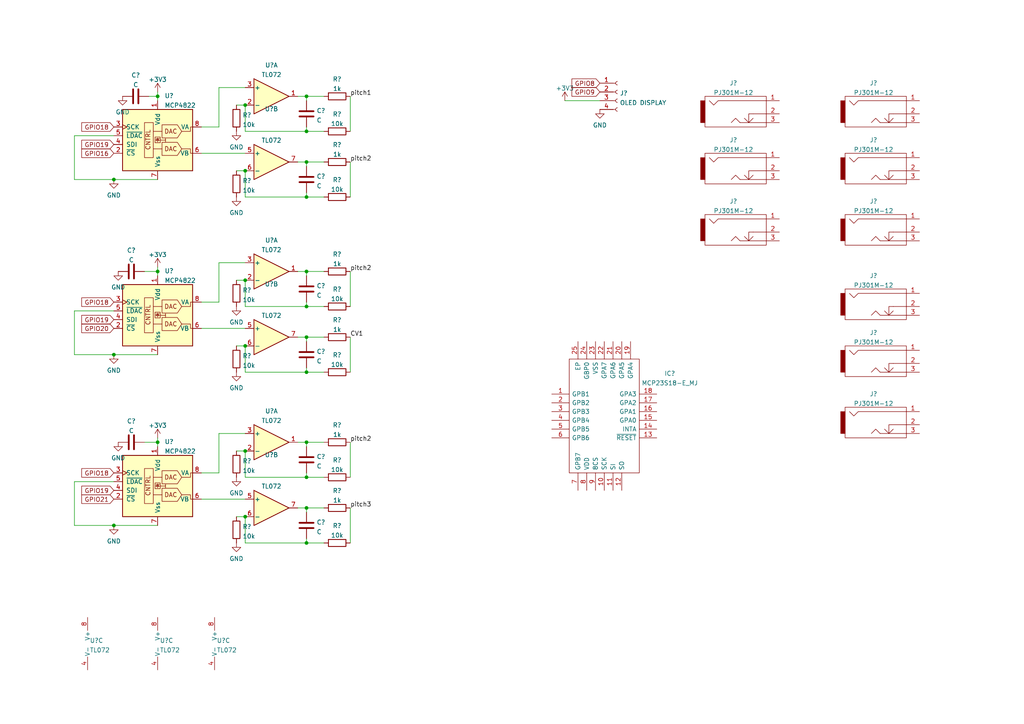
<source format=kicad_sch>
(kicad_sch (version 20211123) (generator eeschema)
  (paper "A4")
  (lib_symbols
    (symbol "Amplifier_Operational:TL072" (pin_names (offset 0.127))
      (property "Reference" "U" (at 0 5.08 0))
      (property "Value" "TL072" (at 0 -5.08 0))
      (symbol "TL072_1_1"
        (polyline (pts (xy -5.08 5.08) (xy 5.08 0) (xy -5.08 -5.08) (xy -5.08 5.08)) (stroke (width 0.254)) (fill (type background)))
        (pin output line (at 7.62 0 180) (length 2.54) (name "~") (number "1"))
        (pin input line (at -7.62 -2.54 0) (length 2.54) (name "-") (number "2"))
        (pin input line (at -7.62 2.54 0) (length 2.54) (name "+") (number "3"))
      )
      (symbol "TL072_2_1"
        (polyline (pts (xy -5.08 5.08) (xy 5.08 0) (xy -5.08 -5.08) (xy -5.08 5.08)) (stroke (width 0.254)) (fill (type background)))
        (pin input line (at -7.62 2.54 0) (length 2.54) (name "+") (number "5"))
        (pin input line (at -7.62 -2.54 0) (length 2.54) (name "-") (number "6"))
        (pin output line (at 7.62 0 180) (length 2.54) (name "~") (number "7"))
      )
      (symbol "TL072_3_1"
        (pin power_in line (at -2.54 -7.62 90) (length 3.81) (name "V-") (number "4"))
        (pin power_in line (at -2.54 7.62 270) (length 3.81) (name "V+") (number "8"))
      )
    )
    (symbol "Analog_DAC:MCP4822" (pin_names (offset 1.016))
      (property "Reference" "U" (at -2.54 10.795 0))
      (property "Value" "MCP4822" (at -2.54 8.89 0))
      (symbol "MCP4822_0_0"
        (polyline (pts (xy 0 -1.778) (xy 0 -0.635)))
        (polyline (pts (xy 0.381 -0.889) (xy 0.508 -0.762)))
        (polyline (pts (xy 2.286 -1.143) (xy 2.286 -1.905)))
        (polyline (pts (xy 0.381 -0.889) (xy -0.381 -0.889) (xy -0.508 -1.016)))
        (polyline (pts (xy 0.762 -1.27) (xy 2.286 -1.27) (xy 2.286 -0.762)))
        (polyline (pts (xy 0 -0.889) (xy 0.508 -1.397) (xy -0.508 -1.397) (xy 0 -0.889)))
        (polyline (pts (xy 6.985 -3.81) (xy 9.525 -3.81) (xy 9.525 -5.08) (xy 10.16 -5.08)))
        (polyline (pts (xy 6.985 1.27) (xy 9.525 1.27) (xy 9.525 2.54) (xy 10.16 2.54)))
        (rectangle (start 0.762 -0.381) (end -0.762 -2.032))
        (text "CNTRL" (at -2.032 -4.191 900) (effects (font (size 1.27 1.27)) (justify left bottom)))
        (text "DAC" (at 3.81 -3.81 0) (effects (font (size 1.27 1.27))))
        (text "DAC" (at 3.81 1.27 0) (effects (font (size 1.27 1.27))))
      )
      (symbol "MCP4822_0_1"
        (rectangle (start -10.16 7.62) (end 10.16 -10.16) (stroke (width 0.254)) (fill (type background)))
        (rectangle (start -1.27 -6.35) (end -3.81 3.81))
        (polyline (pts (xy 1.27 -3.81) (xy -1.27 -3.81)))
        (polyline (pts (xy 1.27 1.27) (xy -1.27 1.27)))
        (polyline (pts (xy 6.985 -3.81) (xy 5.715 -1.905) (xy 1.27 -1.905) (xy 1.27 -5.715) (xy 5.715 -5.715) (xy 6.985 -3.81)))
        (polyline (pts (xy 6.985 1.27) (xy 5.715 3.175) (xy 1.27 3.175) (xy 1.27 -0.635) (xy 5.715 -0.635) (xy 6.985 1.27)))
      )
      (symbol "MCP4822_1_1"
        (pin power_in line (at 0 10.16 270) (length 2.54) (name "Vdd") (number "1"))
        (pin input line (at -12.7 -5.08 0) (length 2.54) (name "~{CS}") (number "2"))
        (pin input clock (at -12.7 2.54 0) (length 2.54) (name "SCK") (number "3"))
        (pin input line (at -12.7 -2.54 0) (length 2.54) (name "SDI") (number "4"))
        (pin input line (at -12.7 0 0) (length 2.54) (name "~{LDAC}") (number "5"))
        (pin output line (at 12.7 -5.08 180) (length 2.54) (name "VB") (number "6"))
        (pin power_in line (at 0 -12.7 90) (length 2.54) (name "Vss") (number "7"))
        (pin output line (at 12.7 2.54 180) (length 2.54) (name "VA") (number "8"))
      )
    )
    (symbol "Connector:Conn_01x04_Female" (pin_names (offset 1.016) hide)
      (property "Reference" "J" (at 0 5.08 0))
      (property "Value" "Conn_01x04_Female" (at 0 -7.62 0))
      (symbol "Conn_01x04_Female_1_1"
        (arc (start 0 -4.572) (mid -0.508 -5.08) (end 0 -5.588) (stroke (width 0.1524)))
        (arc (start 0 -2.032) (mid -0.508 -2.54) (end 0 -3.048) (stroke (width 0.1524)))
        (polyline (pts (xy -1.27 -5.08) (xy -0.508 -5.08)) (stroke (width 0.1524)))
        (polyline (pts (xy -1.27 -2.54) (xy -0.508 -2.54)) (stroke (width 0.1524)))
        (polyline (pts (xy -1.27 0) (xy -0.508 0)) (stroke (width 0.1524)))
        (polyline (pts (xy -1.27 2.54) (xy -0.508 2.54)) (stroke (width 0.1524)))
        (arc (start 0 0.508) (mid -0.508 0) (end 0 -0.508) (stroke (width 0.1524)))
        (arc (start 0 3.048) (mid -0.508 2.54) (end 0 2.032) (stroke (width 0.1524)))
        (pin passive line (at -5.08 2.54 0) (length 3.81) (name "Pin_1") (number "1"))
        (pin passive line (at -5.08 0 0) (length 3.81) (name "Pin_2") (number "2"))
        (pin passive line (at -5.08 -2.54 0) (length 3.81) (name "Pin_3") (number "3"))
        (pin passive line (at -5.08 -5.08 0) (length 3.81) (name "Pin_4") (number "4"))
      )
    )
    (symbol "Device:C" (pin_numbers hide) (pin_names (offset 0.254))
      (property "Reference" "C" (at 0.635 2.54 0))
      (property "Value" "C" (at 0.635 -2.54 0))
      (symbol "C_0_1"
        (polyline (pts (xy -2.032 -0.762) (xy 2.032 -0.762)) (stroke (width 0.508)))
        (polyline (pts (xy -2.032 0.762) (xy 2.032 0.762)) (stroke (width 0.508)))
      )
      (symbol "C_1_1"
        (pin passive line (at 0 3.81 270) (length 2.794) (name "~") (number "1"))
        (pin passive line (at 0 -3.81 90) (length 2.794) (name "~") (number "2"))
      )
    )
    (symbol "Device:R" (pin_numbers hide) (pin_names (offset 0))
      (property "Reference" "R" (at 2.032 0 90))
      (property "Value" "R" (at 0 0 90))
      (symbol "R_0_1"
        (rectangle (start -1.016 -2.54) (end 1.016 2.54) (stroke (width 0.254)))
      )
      (symbol "R_1_1"
        (pin passive line (at 0 3.81 270) (length 1.27) (name "~") (number "1"))
        (pin passive line (at 0 -3.81 90) (length 1.27) (name "~") (number "2"))
      )
    )
    (symbol "eurocad:PJ301M-12" (pin_names (offset 1.016))
      (property "Reference" "J" (at -8.89 -5.08 0))
      (property "Value" "PJ301M-12" (at -3.81 6.35 0))
      (symbol "PJ301M-12_0_1"
        (rectangle (start -11.43 3.81) (end -10.16 -2.54) (fill (type outline)))
        (polyline (pts (xy 3.81 0) (xy 7.62 0) (xy 7.62 0)))
        (polyline (pts (xy 0 -2.54) (xy -1.27 -1.27) (xy -2.54 -2.54) (xy -2.54 -2.54)))
        (polyline (pts (xy 0 -2.54) (xy 7.62 -2.54) (xy 7.62 -2.54) (xy 7.62 -2.54)))
        (polyline (pts (xy 1.27 -1.27) (xy 2.54 -2.54) (xy 3.81 -1.27) (xy 3.81 -1.27)))
        (polyline (pts (xy 3.81 0) (xy 2.54 0) (xy 2.54 -2.54) (xy 2.54 -2.54)))
        (polyline (pts (xy 7.62 3.81) (xy -6.35 3.81) (xy -7.62 2.54) (xy -8.89 3.81) (xy -8.89 3.81)))
        (rectangle (start 7.62 -3.81) (end -10.16 5.08))
      )
      (symbol "PJ301M-12_1_1"
        (pin passive line (at 11.43 3.81 180) (length 3.81) (name "~") (number "1"))
        (pin passive line (at 11.43 0 180) (length 3.81) (name "~") (number "2"))
        (pin passive line (at 11.43 -2.54 180) (length 3.81) (name "~") (number "3"))
      )
    )
    (symbol "power:+3.3V" (power) (pin_names (offset 0))
      (property "Value" "+3.3V" (at 0 3.556 0))
      (symbol "+3.3V_0_1"
        (polyline (pts (xy -0.762 1.27) (xy 0 2.54)))
        (polyline (pts (xy 0 0) (xy 0 2.54)))
        (polyline (pts (xy 0 2.54) (xy 0.762 1.27)))
      )
      (symbol "+3.3V_1_1"
        (pin power_in line (at 0 0 90) (length 0) hide (name "+3V3") (number "1"))
      )
    )
    (symbol "power:GND" (power) (pin_names (offset 0))
      (property "Value" "GND" (at 0 -3.81 0))
      (symbol "GND_0_1"
        (polyline (pts (xy 0 0) (xy 0 -1.27) (xy 1.27 -1.27) (xy 0 -2.54) (xy -1.27 -1.27) (xy 0 -1.27)))
      )
      (symbol "GND_1_1"
        (pin power_in line (at 0 0 270) (length 0) hide (name "GND") (number "1"))
      )
    )
    (symbol "samsys:MCP23S18-E_MJ" (pin_names (offset 0.762))
      (property "Reference" "IC" (at 26.67 15.24 0))
      (property "Value" "MCP23S18-E_MJ" (at 26.67 12.7 0))
      (symbol "MCP23S18-E_MJ_0_0"
        (pin power_in line (at 0 0 0) (length 5.08) (name "GPB1") (number "1"))
        (pin power_in line (at 15.24 -27.94 90) (length 5.08) (name "SCK") (number "10"))
        (pin input line (at 17.78 -27.94 90) (length 5.08) (name "SI") (number "11"))
        (pin bidirectional line (at 20.32 -27.94 90) (length 5.08) (name "SO") (number "12"))
        (pin input line (at 30.48 -12.7 180) (length 5.08) (name "~{RESET}") (number "13"))
        (pin input line (at 30.48 -10.16 180) (length 5.08) (name "INTA") (number "14"))
        (pin output line (at 30.48 -7.62 180) (length 5.08) (name "GPA0") (number "15"))
        (pin output line (at 30.48 -5.08 180) (length 5.08) (name "GPA1") (number "16"))
        (pin bidirectional line (at 30.48 -2.54 180) (length 5.08) (name "GPA2") (number "17"))
        (pin bidirectional line (at 30.48 0 180) (length 5.08) (name "GPA3") (number "18"))
        (pin bidirectional line (at 22.86 15.24 270) (length 5.08) (name "GPA4") (number "19"))
        (pin bidirectional line (at 0 -2.54 0) (length 5.08) (name "GPB2") (number "2"))
        (pin bidirectional line (at 20.32 15.24 270) (length 5.08) (name "GPA5") (number "20"))
        (pin bidirectional line (at 17.78 15.24 270) (length 5.08) (name "GPA6") (number "21"))
        (pin bidirectional line (at 15.24 15.24 270) (length 5.08) (name "GPA7") (number "22"))
        (pin bidirectional line (at 12.7 15.24 270) (length 5.08) (name "VSS") (number "23"))
        (pin bidirectional line (at 10.16 15.24 270) (length 5.08) (name "GBP0") (number "24"))
        (pin passive line (at 7.62 15.24 270) (length 5.08) (name "EP") (number "25"))
        (pin bidirectional line (at 0 -5.08 0) (length 5.08) (name "GPB3") (number "3"))
        (pin bidirectional line (at 0 -7.62 0) (length 5.08) (name "GPB4") (number "4"))
        (pin bidirectional line (at 0 -10.16 0) (length 5.08) (name "GPB5") (number "5"))
        (pin bidirectional line (at 0 -12.7 0) (length 5.08) (name "GPB6") (number "6"))
        (pin bidirectional line (at 7.62 -27.94 90) (length 5.08) (name "GPB7") (number "7"))
        (pin bidirectional line (at 10.16 -27.94 90) (length 5.08) (name "VDD") (number "8"))
        (pin bidirectional line (at 12.7 -27.94 90) (length 5.08) (name "8CS") (number "9"))
      )
      (symbol "MCP23S18-E_MJ_0_1"
        (polyline (pts (xy 5.08 10.16) (xy 25.4 10.16) (xy 25.4 -22.86) (xy 5.08 -22.86) (xy 5.08 10.16)) (stroke (width 0.1524)))
      )
    )
  )
  (junction (at 33.02 52.07))
  (junction (at 71.12 149.86))
  (junction (at 71.12 81.28))
  (junction (at 88.9 57.15))
  (junction (at 45.72 78.74))
  (junction (at 71.12 49.53))
  (junction (at 88.9 38.1))
  (junction (at 88.9 27.94))
  (junction (at 88.9 138.43))
  (junction (at 45.72 128.27))
  (junction (at 33.02 152.4))
  (junction (at 45.72 27.94))
  (junction (at 88.9 78.74))
  (junction (at 33.02 102.87))
  (junction (at 88.9 128.27))
  (junction (at 71.12 30.48))
  (junction (at 71.12 100.33))
  (junction (at 71.12 130.81))
  (junction (at 88.9 107.95))
  (junction (at 88.9 97.79))
  (junction (at 88.9 147.32))
  (junction (at 88.9 157.48))
  (junction (at 88.9 46.99))
  (junction (at 88.9 88.9))
  (wire (pts (xy 21.59 102.87) (xy 33.02 102.87)))
  (wire (pts (xy 63.5 76.2) (xy 71.12 76.2)))
  (wire (pts (xy 45.72 77.47) (xy 45.72 78.74)))
  (wire (pts (xy 88.9 147.32) (xy 88.9 148.59)))
  (wire (pts (xy 101.6 78.74) (xy 101.6 88.9)))
  (wire (pts (xy 88.9 78.74) (xy 93.98 78.74)))
  (wire (pts (xy 86.36 128.27) (xy 88.9 128.27)))
  (wire (pts (xy 86.36 27.94) (xy 88.9 27.94)))
  (wire (pts (xy 101.6 27.94) (xy 101.6 38.1)))
  (wire (pts (xy 88.9 87.63) (xy 88.9 88.9)))
  (wire (pts (xy 33.02 39.37) (xy 21.59 39.37)))
  (wire (pts (xy 63.5 125.73) (xy 71.12 125.73)))
  (wire (pts (xy 93.98 157.48) (xy 88.9 157.48)))
  (wire (pts (xy 58.42 36.83) (xy 63.5 36.83)))
  (wire (pts (xy 88.9 46.99) (xy 93.98 46.99)))
  (wire (pts (xy 86.36 46.99) (xy 88.9 46.99)))
  (wire (pts (xy 71.12 107.95) (xy 71.12 100.33)))
  (wire (pts (xy 88.9 156.21) (xy 88.9 157.48)))
  (wire (pts (xy 45.72 27.94) (xy 45.72 29.21)))
  (wire (pts (xy 33.02 52.07) (xy 45.72 52.07)))
  (wire (pts (xy 21.59 152.4) (xy 33.02 152.4)))
  (wire (pts (xy 21.59 39.37) (xy 21.59 52.07)))
  (wire (pts (xy 58.42 87.63) (xy 63.5 87.63)))
  (wire (pts (xy 45.72 78.74) (xy 45.72 80.01)))
  (wire (pts (xy 45.72 127) (xy 45.72 128.27)))
  (wire (pts (xy 88.9 46.99) (xy 88.9 48.26)))
  (wire (pts (xy 71.12 138.43) (xy 71.12 130.81)))
  (wire (pts (xy 33.02 102.87) (xy 45.72 102.87)))
  (wire (pts (xy 93.98 57.15) (xy 88.9 57.15)))
  (wire (pts (xy 21.59 90.17) (xy 21.59 102.87)))
  (wire (pts (xy 71.12 57.15) (xy 71.12 49.53)))
  (wire (pts (xy 58.42 144.78) (xy 71.12 144.78)))
  (wire (pts (xy 43.18 27.94) (xy 45.72 27.94)))
  (wire (pts (xy 33.02 90.17) (xy 21.59 90.17)))
  (wire (pts (xy 58.42 137.16) (xy 63.5 137.16)))
  (wire (pts (xy 88.9 106.68) (xy 88.9 107.95)))
  (wire (pts (xy 63.5 87.63) (xy 63.5 76.2)))
  (wire (pts (xy 68.58 130.81) (xy 71.12 130.81)))
  (wire (pts (xy 88.9 138.43) (xy 71.12 138.43)))
  (wire (pts (xy 88.9 147.32) (xy 93.98 147.32)))
  (wire (pts (xy 88.9 97.79) (xy 93.98 97.79)))
  (wire (pts (xy 86.36 97.79) (xy 88.9 97.79)))
  (wire (pts (xy 45.72 26.67) (xy 45.72 27.94)))
  (wire (pts (xy 88.9 88.9) (xy 71.12 88.9)))
  (wire (pts (xy 101.6 147.32) (xy 101.6 157.48)))
  (wire (pts (xy 88.9 36.83) (xy 88.9 38.1)))
  (wire (pts (xy 21.59 52.07) (xy 33.02 52.07)))
  (wire (pts (xy 88.9 38.1) (xy 71.12 38.1)))
  (wire (pts (xy 58.42 44.45) (xy 71.12 44.45)))
  (wire (pts (xy 21.59 139.7) (xy 21.59 152.4)))
  (wire (pts (xy 68.58 149.86) (xy 71.12 149.86)))
  (wire (pts (xy 71.12 157.48) (xy 71.12 149.86)))
  (wire (pts (xy 88.9 97.79) (xy 88.9 99.06)))
  (wire (pts (xy 93.98 38.1) (xy 88.9 38.1)))
  (wire (pts (xy 88.9 27.94) (xy 93.98 27.94)))
  (wire (pts (xy 93.98 107.95) (xy 88.9 107.95)))
  (wire (pts (xy 33.02 152.4) (xy 45.72 152.4)))
  (wire (pts (xy 86.36 147.32) (xy 88.9 147.32)))
  (wire (pts (xy 63.5 25.4) (xy 71.12 25.4)))
  (wire (pts (xy 68.58 100.33) (xy 71.12 100.33)))
  (wire (pts (xy 93.98 88.9) (xy 88.9 88.9)))
  (wire (pts (xy 71.12 88.9) (xy 71.12 81.28)))
  (wire (pts (xy 63.5 36.83) (xy 63.5 25.4)))
  (wire (pts (xy 68.58 81.28) (xy 71.12 81.28)))
  (wire (pts (xy 88.9 57.15) (xy 71.12 57.15)))
  (wire (pts (xy 88.9 107.95) (xy 71.12 107.95)))
  (wire (pts (xy 88.9 128.27) (xy 93.98 128.27)))
  (wire (pts (xy 63.5 137.16) (xy 63.5 125.73)))
  (wire (pts (xy 88.9 128.27) (xy 88.9 129.54)))
  (wire (pts (xy 41.91 78.74) (xy 45.72 78.74)))
  (wire (pts (xy 33.02 139.7) (xy 21.59 139.7)))
  (wire (pts (xy 68.58 49.53) (xy 71.12 49.53)))
  (wire (pts (xy 41.91 128.27) (xy 45.72 128.27)))
  (wire (pts (xy 86.36 78.74) (xy 88.9 78.74)))
  (wire (pts (xy 88.9 55.88) (xy 88.9 57.15)))
  (wire (pts (xy 88.9 137.16) (xy 88.9 138.43)))
  (wire (pts (xy 58.42 95.25) (xy 71.12 95.25)))
  (wire (pts (xy 71.12 38.1) (xy 71.12 30.48)))
  (wire (pts (xy 88.9 78.74) (xy 88.9 80.01)))
  (wire (pts (xy 93.98 138.43) (xy 88.9 138.43)))
  (wire (pts (xy 68.58 30.48) (xy 71.12 30.48)))
  (wire (pts (xy 45.72 128.27) (xy 45.72 129.54)))
  (wire (pts (xy 101.6 128.27) (xy 101.6 138.43)))
  (wire (pts (xy 88.9 27.94) (xy 88.9 29.21)))
  (wire (pts (xy 163.83 29.21) (xy 173.99 29.21)))
  (wire (pts (xy 101.6 97.79) (xy 101.6 107.95)))
  (wire (pts (xy 88.9 157.48) (xy 71.12 157.48)))
  (wire (pts (xy 101.6 46.99) (xy 101.6 57.15)))
  (label "pitch1" (at 101.6 27.94 0))
  (label "pitch2" (at 101.6 46.99 0))
  (label "CV1" (at 101.6 97.79 0))
  (label "pitch2" (at 101.6 128.27 0))
  (label "pitch3" (at 101.6 147.32 0))
  (label "pitch2" (at 101.6 78.74 0))
  (global_label "GPIO18" (shape input) (at 33.02 137.16 180) (property "Intersheet References" "${INTERSHEET_REFS}" (effects hide)))
  (global_label "GPIO16" (shape input) (at 33.02 44.45 180) (property "Intersheet References" "${INTERSHEET_REFS}" (effects hide)))
  (global_label "GPIO8" (shape input) (at 173.99 24.13 180) (property "Intersheet References" "${INTERSHEET_REFS}" (effects hide)))
  (global_label "GPIO19" (shape input) (at 33.02 41.91 180) (property "Intersheet References" "${INTERSHEET_REFS}" (effects hide)))
  (global_label "GPIO21" (shape input) (at 33.02 144.78 180) (property "Intersheet References" "${INTERSHEET_REFS}" (effects hide)))
  (global_label "GPIO9" (shape input) (at 173.99 26.67 180) (property "Intersheet References" "${INTERSHEET_REFS}" (effects hide)))
  (global_label "GPIO20" (shape input) (at 33.02 95.25 180) (property "Intersheet References" "${INTERSHEET_REFS}" (effects hide)))
  (global_label "GPIO18" (shape input) (at 33.02 36.83 180) (property "Intersheet References" "${INTERSHEET_REFS}" (effects hide)))
  (global_label "GPIO18" (shape input) (at 33.02 87.63 180) (property "Intersheet References" "${INTERSHEET_REFS}" (effects hide)))
  (global_label "GPIO19" (shape input) (at 33.02 142.24 180) (property "Intersheet References" "${INTERSHEET_REFS}" (effects hide)))
  (global_label "GPIO19" (shape input) (at 33.02 92.71 180) (property "Intersheet References" "${INTERSHEET_REFS}" (effects hide)))
  (symbol (lib_id "power:+3.3V") (at 45.72 26.67 0) (unit 1)
    (property "Reference" "#PWR?" (effects hide))
    (property "Value" "+3.3V" (at 45.72 23.0655 0))
  )
  (symbol (lib_id "Device:C") (at 38.1 128.27 90) (unit 1)
    (property "Reference" "C?" (at 38.1 122.1445 90))
    (property "Value" "C" (at 38.1 124.9196 90))
  )
  (symbol (lib_id "Amplifier_Operational:TL072") (at 78.74 97.79 0) (unit 2)
    (property "Reference" "U?" (at 78.74 82.3935 0))
    (property "Value" "TL072" (at 78.74 91.5186 0))
    (property "Datasheet" "http://www.ti.com/lit/ds/symlink/tl071.pdf" (effects hide))
  )
  (symbol (lib_id "Device:R") (at 68.58 85.09 180) (unit 1)
    (property "Reference" "R?" (at 70.358 84.1815 0) (effects (justify right)))
    (property "Value" "10k" (at 70.358 86.9566 0) (effects (justify right)))
  )
  (symbol (lib_id "Device:R") (at 97.79 107.95 90) (unit 1)
    (property "Reference" "R?" (at 97.79 102.9675 90))
    (property "Value" "10k" (at 97.79 105.7426 90))
  )
  (symbol (lib_id "power:+3.3V") (at 45.72 77.47 0) (unit 1)
    (property "Reference" "#PWR?" (effects hide))
    (property "Value" "+3.3V" (at 45.72 73.8655 0))
  )
  (symbol (lib_id "power:GND") (at 68.58 157.48 0) (unit 1)
    (property "Reference" "#PWR?" (effects hide))
    (property "Value" "GND" (at 68.58 162.0425 0))
  )
  (symbol (lib_id "eurocad:PJ301M-12") (at 255.27 123.19 0) (unit 1)
    (property "Reference" "J?" (at 253.365 114.2705 0))
    (property "Value" "PJ301M-12" (at 253.365 117.0456 0))
  )
  (symbol (lib_id "Analog_DAC:MCP4822") (at 45.72 90.17 0) (unit 1)
    (property "Reference" "U?" (at 47.7394 78.5835 0) (effects (justify left)))
    (property "Value" "MCP4822" (at 47.7394 81.3586 0) (effects (justify left)))
    (property "Datasheet" "http://ww1.microchip.com/downloads/en/DeviceDoc/20002249B.pdf" (effects hide))
  )
  (symbol (lib_id "Device:R") (at 97.79 46.99 90) (unit 1)
    (property "Reference" "R?" (at 97.79 42.0075 90))
    (property "Value" "1k" (at 97.79 44.7826 90))
  )
  (symbol (lib_id "eurocad:PJ301M-12") (at 255.27 33.02 0) (unit 1)
    (property "Reference" "J?" (at 253.365 24.1005 0))
    (property "Value" "PJ301M-12" (at 253.365 26.8756 0))
  )
  (symbol (lib_id "Amplifier_Operational:TL072") (at 27.94 186.69 0) (unit 3)
    (property "Reference" "U?" (at 26.035 185.7815 0) (effects (justify left)))
    (property "Value" "TL072" (at 26.035 188.5566 0) (effects (justify left)))
    (property "Datasheet" "http://www.ti.com/lit/ds/symlink/tl071.pdf" (effects hide))
  )
  (symbol (lib_id "Analog_DAC:MCP4822") (at 45.72 139.7 0) (unit 1)
    (property "Reference" "U?" (at 47.7394 128.1135 0) (effects (justify left)))
    (property "Value" "MCP4822" (at 47.7394 130.8886 0) (effects (justify left)))
    (property "Datasheet" "http://ww1.microchip.com/downloads/en/DeviceDoc/20002249B.pdf" (effects hide))
  )
  (symbol (lib_id "eurocad:PJ301M-12") (at 214.63 33.02 0) (unit 1)
    (property "Reference" "J?" (at 212.725 24.1005 0))
    (property "Value" "PJ301M-12" (at 212.725 26.8756 0))
  )
  (symbol (lib_id "Device:C") (at 88.9 83.82 0) (unit 1)
    (property "Reference" "C?" (at 91.821 82.9115 0) (effects (justify left)))
    (property "Value" "C" (at 91.821 85.6866 0) (effects (justify left)))
  )
  (symbol (lib_id "Device:C") (at 88.9 133.35 0) (unit 1)
    (property "Reference" "C?" (at 91.821 132.4415 0) (effects (justify left)))
    (property "Value" "C" (at 91.821 135.2166 0) (effects (justify left)))
  )
  (symbol (lib_id "eurocad:PJ301M-12") (at 255.27 105.41 0) (unit 1)
    (property "Reference" "J?" (at 253.365 96.4905 0))
    (property "Value" "PJ301M-12" (at 253.365 99.2656 0))
  )
  (symbol (lib_id "eurocad:PJ301M-12") (at 255.27 49.53 0) (unit 1)
    (property "Reference" "J?" (at 253.365 40.6105 0))
    (property "Value" "PJ301M-12" (at 253.365 43.3856 0))
  )
  (symbol (lib_id "Device:R") (at 68.58 134.62 180) (unit 1)
    (property "Reference" "R?" (at 70.358 133.7115 0) (effects (justify right)))
    (property "Value" "10k" (at 70.358 136.4866 0) (effects (justify right)))
  )
  (symbol (lib_id "power:GND") (at 173.99 31.75 0) (unit 1)
    (property "Reference" "#PWR?" (effects hide))
    (property "Value" "GND" (at 173.99 36.3125 0))
  )
  (symbol (lib_id "Device:R") (at 68.58 153.67 180) (unit 1)
    (property "Reference" "R?" (at 70.358 152.7615 0) (effects (justify right)))
    (property "Value" "10k" (at 70.358 155.5366 0) (effects (justify right)))
  )
  (symbol (lib_id "Device:C") (at 88.9 152.4 0) (unit 1)
    (property "Reference" "C?" (at 91.821 151.4915 0) (effects (justify left)))
    (property "Value" "C" (at 91.821 154.2666 0) (effects (justify left)))
  )
  (symbol (lib_id "Device:R") (at 97.79 157.48 90) (unit 1)
    (property "Reference" "R?" (at 97.79 152.4975 90))
    (property "Value" "10k" (at 97.79 155.2726 90))
  )
  (symbol (lib_id "Device:C") (at 88.9 33.02 0) (unit 1)
    (property "Reference" "C?" (at 91.821 32.1115 0) (effects (justify left)))
    (property "Value" "C" (at 91.821 34.8866 0) (effects (justify left)))
  )
  (symbol (lib_id "Amplifier_Operational:TL072") (at 64.77 186.69 0) (unit 3)
    (property "Reference" "U?" (at 62.865 185.7815 0) (effects (justify left)))
    (property "Value" "TL072" (at 62.865 188.5566 0) (effects (justify left)))
    (property "Datasheet" "http://www.ti.com/lit/ds/symlink/tl071.pdf" (effects hide))
  )
  (symbol (lib_id "Device:R") (at 97.79 88.9 90) (unit 1)
    (property "Reference" "R?" (at 97.79 83.9175 90))
    (property "Value" "10k" (at 97.79 86.6926 90))
  )
  (symbol (lib_id "power:GND") (at 68.58 88.9 0) (unit 1)
    (property "Reference" "#PWR?" (effects hide))
    (property "Value" "GND" (at 68.58 93.4625 0))
  )
  (symbol (lib_id "Amplifier_Operational:TL072") (at 78.74 78.74 0) (unit 1)
    (property "Reference" "U?" (at 78.74 69.6935 0))
    (property "Value" "TL072" (at 78.74 72.4686 0))
    (property "Datasheet" "http://www.ti.com/lit/ds/symlink/tl071.pdf" (effects hide))
  )
  (symbol (lib_id "Device:R") (at 97.79 78.74 90) (unit 1)
    (property "Reference" "R?" (at 97.79 73.7575 90))
    (property "Value" "1k" (at 97.79 76.5326 90))
  )
  (symbol (lib_id "eurocad:PJ301M-12") (at 214.63 49.53 0) (unit 1)
    (property "Reference" "J?" (at 212.725 40.6105 0))
    (property "Value" "PJ301M-12" (at 212.725 43.3856 0))
  )
  (symbol (lib_id "power:GND") (at 68.58 57.15 0) (unit 1)
    (property "Reference" "#PWR?" (effects hide))
    (property "Value" "GND" (at 68.58 61.7125 0))
  )
  (symbol (lib_id "power:GND") (at 68.58 107.95 0) (unit 1)
    (property "Reference" "#PWR?" (effects hide))
    (property "Value" "GND" (at 68.58 112.5125 0))
  )
  (symbol (lib_id "Amplifier_Operational:TL072") (at 78.74 46.99 0) (unit 2)
    (property "Reference" "U?" (at 78.74 31.5935 0))
    (property "Value" "TL072" (at 78.74 40.7186 0))
    (property "Datasheet" "http://www.ti.com/lit/ds/symlink/tl071.pdf" (effects hide))
  )
  (symbol (lib_id "samsys:MCP23S18-E_MJ") (at 160.02 114.3 0) (unit 1)
    (property "Reference" "IC?" (at 194.2841 108.3267 0))
    (property "Value" "MCP23S18-E_MJ" (at 194.2841 111.1018 0))
    (property "Footprint" "QFN50P400X400X90-25N-D" (effects hide))
    (property "Datasheet" "http://ww1.microchip.com/downloads/en/DeviceDoc/22103a.pdf" (effects hide))
    (property "Description" "Microchip MCP23S18-E/MJ, 16-channel 16bit I/O Expander 10MHz, Serial-SPI, 24-Pin QFN" (effects hide))
    (property "Height" "0.9" (effects hide))
    (property "Mouser Part Number" "579-MCP23S18-E/MJ" (effects hide))
    (property "Mouser Price/Stock" "https://www.mouser.co.uk/ProductDetail/Microchip-Technology/MCP23S18-E-MJ?qs=rTzW0HAgjYNWkXvGRlT1bg%3D%3D" (effects hide))
    (property "Manufacturer_Name" "Microchip" (effects hide))
    (property "Manufacturer_Part_Number" "MCP23S18-E/MJ" (effects hide))
  )
  (symbol (lib_id "Amplifier_Operational:TL072") (at 78.74 128.27 0) (unit 1)
    (property "Reference" "U?" (at 78.74 119.2235 0))
    (property "Value" "TL072" (at 78.74 121.9986 0))
    (property "Datasheet" "http://www.ti.com/lit/ds/symlink/tl071.pdf" (effects hide))
  )
  (symbol (lib_id "Device:R") (at 68.58 104.14 180) (unit 1)
    (property "Reference" "R?" (at 70.358 103.2315 0) (effects (justify right)))
    (property "Value" "10k" (at 70.358 106.0066 0) (effects (justify right)))
  )
  (symbol (lib_id "Amplifier_Operational:TL072") (at 78.74 147.32 0) (unit 2)
    (property "Reference" "U?" (at 78.74 131.9235 0))
    (property "Value" "TL072" (at 78.74 141.0486 0))
    (property "Datasheet" "http://www.ti.com/lit/ds/symlink/tl071.pdf" (effects hide))
  )
  (symbol (lib_id "Device:C") (at 88.9 52.07 0) (unit 1)
    (property "Reference" "C?" (at 91.821 51.1615 0) (effects (justify left)))
    (property "Value" "C" (at 91.821 53.9366 0) (effects (justify left)))
  )
  (symbol (lib_id "Device:R") (at 97.79 97.79 90) (unit 1)
    (property "Reference" "R?" (at 97.79 92.8075 90))
    (property "Value" "1k" (at 97.79 95.5826 90))
  )
  (symbol (lib_id "Device:R") (at 97.79 128.27 90) (unit 1)
    (property "Reference" "R?" (at 97.79 123.2875 90))
    (property "Value" "1k" (at 97.79 126.0626 90))
  )
  (symbol (lib_id "Analog_DAC:MCP4822") (at 45.72 39.37 0) (unit 1)
    (property "Reference" "U?" (at 47.7394 27.7835 0) (effects (justify left)))
    (property "Value" "MCP4822" (at 47.7394 30.5586 0) (effects (justify left)))
    (property "Datasheet" "http://ww1.microchip.com/downloads/en/DeviceDoc/20002249B.pdf" (effects hide))
  )
  (symbol (lib_id "power:GND") (at 35.56 27.94 0) (unit 1)
    (property "Reference" "#PWR?" (effects hide))
    (property "Value" "GND" (at 35.56 32.5025 0))
  )
  (symbol (lib_id "Amplifier_Operational:TL072") (at 48.26 186.69 0) (unit 3)
    (property "Reference" "U?" (at 46.355 185.7815 0) (effects (justify left)))
    (property "Value" "TL072" (at 46.355 188.5566 0) (effects (justify left)))
    (property "Datasheet" "http://www.ti.com/lit/ds/symlink/tl071.pdf" (effects hide))
  )
  (symbol (lib_id "power:+3.3V") (at 163.83 29.21 0) (unit 1)
    (property "Reference" "#PWR?" (effects hide))
    (property "Value" "+3.3V" (at 163.83 25.6055 0))
  )
  (symbol (lib_id "power:GND") (at 68.58 138.43 0) (unit 1)
    (property "Reference" "#PWR?" (effects hide))
    (property "Value" "GND" (at 68.58 142.9925 0))
  )
  (symbol (lib_id "Device:R") (at 97.79 57.15 90) (unit 1)
    (property "Reference" "R?" (at 97.79 52.1675 90))
    (property "Value" "10k" (at 97.79 54.9426 90))
  )
  (symbol (lib_id "eurocad:PJ301M-12") (at 214.63 67.31 0) (unit 1)
    (property "Reference" "J?" (at 212.725 58.3905 0))
    (property "Value" "PJ301M-12" (at 212.725 61.1656 0))
  )
  (symbol (lib_id "Device:R") (at 97.79 27.94 90) (unit 1)
    (property "Reference" "R?" (at 97.79 22.9575 90))
    (property "Value" "1k" (at 97.79 25.7326 90))
  )
  (symbol (lib_id "Device:R") (at 97.79 138.43 90) (unit 1)
    (property "Reference" "R?" (at 97.79 133.4475 90))
    (property "Value" "10k" (at 97.79 136.2226 90))
  )
  (symbol (lib_id "eurocad:PJ301M-12") (at 255.27 67.31 0) (unit 1)
    (property "Reference" "J?" (at 253.365 58.3905 0))
    (property "Value" "PJ301M-12" (at 253.365 61.1656 0))
  )
  (symbol (lib_id "power:GND") (at 34.29 128.27 0) (unit 1)
    (property "Reference" "#PWR?" (effects hide))
    (property "Value" "GND" (at 34.29 132.8325 0))
  )
  (symbol (lib_id "power:GND") (at 34.29 78.74 0) (unit 1)
    (property "Reference" "#PWR?" (effects hide))
    (property "Value" "GND" (at 34.29 83.3025 0))
  )
  (symbol (lib_id "Device:R") (at 68.58 53.34 180) (unit 1)
    (property "Reference" "R?" (at 70.358 52.4315 0) (effects (justify right)))
    (property "Value" "10k" (at 70.358 55.2066 0) (effects (justify right)))
  )
  (symbol (lib_id "Device:R") (at 68.58 34.29 180) (unit 1)
    (property "Reference" "R?" (at 70.358 33.3815 0) (effects (justify right)))
    (property "Value" "10k" (at 70.358 36.1566 0) (effects (justify right)))
  )
  (symbol (lib_id "power:GND") (at 33.02 52.07 0) (unit 1)
    (property "Reference" "#PWR?" (effects hide))
    (property "Value" "GND" (at 33.02 56.6325 0))
  )
  (symbol (lib_id "Device:R") (at 97.79 38.1 90) (unit 1)
    (property "Reference" "R?" (at 97.79 33.1175 90))
    (property "Value" "10k" (at 97.79 35.8926 90))
  )
  (symbol (lib_id "power:GND") (at 68.58 38.1 0) (unit 1)
    (property "Reference" "#PWR?" (effects hide))
    (property "Value" "GND" (at 68.58 42.6625 0))
  )
  (symbol (lib_id "power:GND") (at 33.02 102.87 0) (unit 1)
    (property "Reference" "#PWR?" (effects hide))
    (property "Value" "GND" (at 33.02 107.4325 0))
  )
  (symbol (lib_id "eurocad:PJ301M-12") (at 255.27 88.9 0) (unit 1)
    (property "Reference" "J?" (at 253.365 79.9805 0))
    (property "Value" "PJ301M-12" (at 253.365 82.7556 0))
  )
  (symbol (lib_id "Connector:Conn_01x04_Female") (at 179.07 26.67 0) (unit 1)
    (property "Reference" "J?" (at 179.7812 27.0315 0) (effects (justify left)))
    (property "Value" "OLED DISPLAY" (at 179.7812 29.8066 0) (effects (justify left)))
  )
  (symbol (lib_id "Device:R") (at 97.79 147.32 90) (unit 1)
    (property "Reference" "R?" (at 97.79 142.3375 90))
    (property "Value" "1k" (at 97.79 145.1126 90))
  )
  (symbol (lib_id "Device:C") (at 88.9 102.87 0) (unit 1)
    (property "Reference" "C?" (at 91.821 101.9615 0) (effects (justify left)))
    (property "Value" "C" (at 91.821 104.7366 0) (effects (justify left)))
  )
  (symbol (lib_id "power:+3.3V") (at 45.72 127 0) (unit 1)
    (property "Reference" "#PWR?" (effects hide))
    (property "Value" "+3.3V" (at 45.72 123.3955 0))
  )
  (symbol (lib_id "Amplifier_Operational:TL072") (at 78.74 27.94 0) (unit 1)
    (property "Reference" "U?" (at 78.74 18.8935 0))
    (property "Value" "TL072" (at 78.74 21.6686 0))
    (property "Datasheet" "http://www.ti.com/lit/ds/symlink/tl071.pdf" (effects hide))
  )
  (symbol (lib_id "Device:C") (at 39.37 27.94 90) (unit 1)
    (property "Reference" "C?" (at 39.37 21.8145 90))
    (property "Value" "C" (at 39.37 24.5896 90))
  )
  (symbol (lib_id "Device:C") (at 38.1 78.74 90) (unit 1)
    (property "Reference" "C?" (at 38.1 72.6145 90))
    (property "Value" "C" (at 38.1 75.3896 90))
  )
  (symbol (lib_id "power:GND") (at 33.02 152.4 0) (unit 1)
    (property "Reference" "#PWR?" (effects hide))
    (property "Value" "GND" (at 33.02 156.9625 0))
  )
)
</source>
